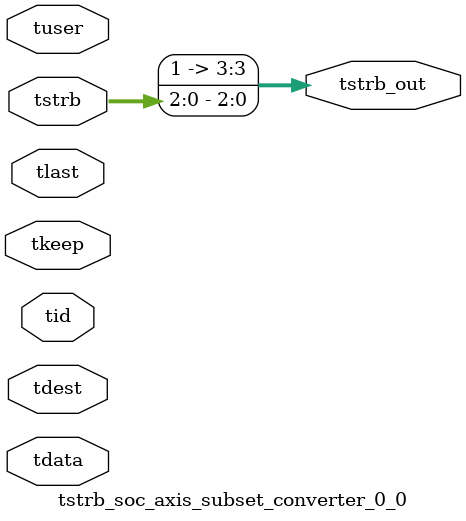
<source format=v>


`timescale 1ps/1ps

module tstrb_soc_axis_subset_converter_0_0 #
(
parameter C_S_AXIS_TDATA_WIDTH = 32,
parameter C_S_AXIS_TUSER_WIDTH = 0,
parameter C_S_AXIS_TID_WIDTH   = 0,
parameter C_S_AXIS_TDEST_WIDTH = 0,
parameter C_M_AXIS_TDATA_WIDTH = 32
)
(
input  [(C_S_AXIS_TDATA_WIDTH == 0 ? 1 : C_S_AXIS_TDATA_WIDTH)-1:0     ] tdata,
input  [(C_S_AXIS_TUSER_WIDTH == 0 ? 1 : C_S_AXIS_TUSER_WIDTH)-1:0     ] tuser,
input  [(C_S_AXIS_TID_WIDTH   == 0 ? 1 : C_S_AXIS_TID_WIDTH)-1:0       ] tid,
input  [(C_S_AXIS_TDEST_WIDTH == 0 ? 1 : C_S_AXIS_TDEST_WIDTH)-1:0     ] tdest,
input  [(C_S_AXIS_TDATA_WIDTH/8)-1:0 ] tkeep,
input  [(C_S_AXIS_TDATA_WIDTH/8)-1:0 ] tstrb,
input                                                                    tlast,
output [(C_M_AXIS_TDATA_WIDTH/8)-1:0 ] tstrb_out
);

assign tstrb_out = {3'b111,tstrb[2:0]};

endmodule


</source>
